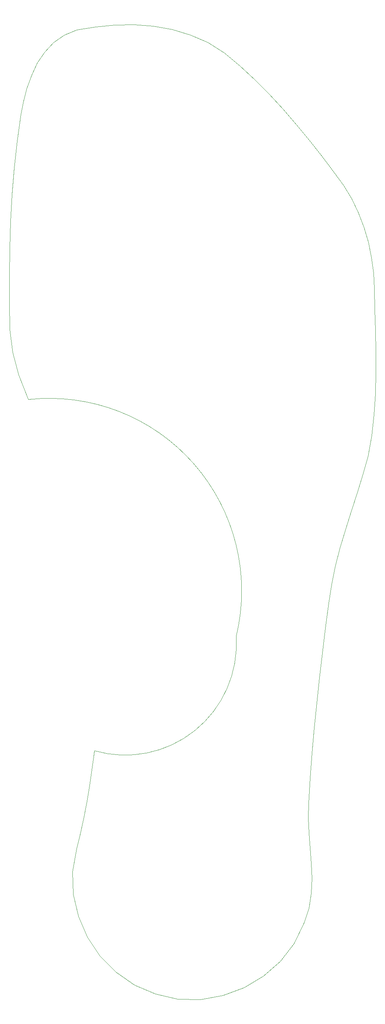
<source format=gbr>
G04 #@! TF.GenerationSoftware,KiCad,Pcbnew,(5.0.0)*
G04 #@! TF.CreationDate,2020-01-29T13:36:11+01:00*
G04 #@! TF.ProjectId,Insole_PCB,496E736F6C655F5043422E6B69636164,rev?*
G04 #@! TF.SameCoordinates,Original*
G04 #@! TF.FileFunction,Other,ECO2*
%FSLAX46Y46*%
G04 Gerber Fmt 4.6, Leading zero omitted, Abs format (unit mm)*
G04 Created by KiCad (PCBNEW (5.0.0)) date 01/29/20 13:36:11*
%MOMM*%
%LPD*%
G01*
G04 APERTURE LIST*
%ADD10C,0.100000*%
G04 APERTURE END LIST*
D10*
X168342801Y-133476212D02*
G75*
G02X215749453Y-187450707I4806652J-43584495D01*
G01*
X215752405Y-187446710D02*
G75*
G02X183399453Y-213450707I-25314434J-1632981D01*
G01*
X221951230Y-264748035D02*
X225829857Y-261349255D01*
X217510110Y-267386105D02*
X221951230Y-264748035D01*
X179741521Y-251133620D02*
X181805492Y-255872232D01*
X179292937Y-235809780D02*
X178399835Y-240945125D01*
X233005736Y-242515309D02*
X232866257Y-239090938D01*
X232872115Y-245912291D02*
X233005736Y-242515309D01*
X232332143Y-249270514D02*
X232872115Y-245912291D01*
X178577832Y-246105494D02*
X179741521Y-251133620D01*
X197356031Y-268786155D02*
X202429458Y-269963505D01*
X231252568Y-252578610D02*
X232332143Y-249270514D01*
X228984225Y-257267023D02*
X231252568Y-252578610D01*
X184684337Y-260164065D02*
X188292648Y-263851835D01*
X207587458Y-270071105D02*
X212668264Y-269186225D01*
X225829857Y-261349255D02*
X228984225Y-257267023D01*
X212668264Y-269186225D02*
X217510110Y-267386105D01*
X202429458Y-269963505D02*
X207587458Y-270071105D01*
X192545015Y-266778295D02*
X197356031Y-268786155D01*
X188292648Y-263851835D02*
X192545015Y-266778295D01*
X181805492Y-255872232D02*
X184684337Y-260164065D01*
X178399835Y-240945125D02*
X178577832Y-246105494D01*
X234703014Y-196844366D02*
X235381586Y-191160189D01*
X170369454Y-56848085D02*
X169054206Y-59636634D01*
X174044097Y-52142945D02*
X172017184Y-54315275D01*
X196841098Y-48397885D02*
X192461850Y-48067925D01*
X179422276Y-49298645D02*
X176496894Y-50435815D01*
X209280269Y-52195935D02*
X205307218Y-50419925D01*
X226398246Y-67337631D02*
X223263164Y-63913286D01*
X242027824Y-87701751D02*
X240203151Y-84646662D01*
X247443937Y-117744815D02*
X247315343Y-112955867D01*
X245772818Y-146347949D02*
X246624423Y-141632368D01*
X246624423Y-141632368D02*
X247171517Y-136886526D01*
X232301005Y-232205506D02*
X232141734Y-228767183D01*
X232866257Y-239090938D02*
X232586930Y-235650547D01*
X232242369Y-225346949D02*
X232560398Y-219634119D01*
X168024739Y-62576182D02*
X167234353Y-65561994D01*
X172017184Y-54315275D02*
X170369454Y-56848085D01*
X236087444Y-185480464D02*
X236805645Y-179804765D01*
X244613696Y-150520831D02*
X245772818Y-146347949D01*
X164588953Y-86787623D02*
X164274400Y-92922586D01*
X165068838Y-80666657D02*
X164588953Y-86787623D01*
X232374917Y-74459106D02*
X229428085Y-70862684D01*
X165741991Y-74565342D02*
X165068838Y-80666657D01*
X213004100Y-54537895D02*
X209280269Y-52195935D01*
X229428085Y-70862684D02*
X226398246Y-67337631D01*
X244861142Y-94201018D02*
X243580996Y-90893394D01*
X232980418Y-213927872D02*
X233487489Y-208227781D01*
X247220983Y-108179936D02*
X247048183Y-104614084D01*
X247550310Y-122539569D02*
X247443937Y-117744815D01*
X232141734Y-228767183D02*
X232242369Y-225346949D01*
X243580996Y-90893394D02*
X242027824Y-87701751D01*
X246596260Y-101081933D02*
X245866738Y-97604055D01*
X216588326Y-57484075D02*
X213004100Y-54537895D01*
X220000602Y-60618988D02*
X216588326Y-57484075D01*
X239469960Y-167084222D02*
X240708688Y-162931699D01*
X166636346Y-68489333D02*
X165741991Y-74565342D01*
X205307218Y-50419925D02*
X201141857Y-49167895D01*
X247315343Y-112955867D02*
X247220983Y-108179936D01*
X235381586Y-191160189D02*
X236087444Y-185480464D01*
X176496894Y-50435815D02*
X174044097Y-52142945D01*
X238108502Y-81748695D02*
X235260977Y-78097556D01*
X240203151Y-84646662D02*
X238108502Y-81748695D01*
X247048183Y-104614084D02*
X246596260Y-101081933D01*
X183695528Y-48560255D02*
X179422276Y-49298645D01*
X192461850Y-48067925D02*
X188061023Y-48136025D01*
X223263164Y-63913286D02*
X220000602Y-60618988D01*
X245866738Y-97604055D02*
X244861142Y-94201018D01*
X237456792Y-175505307D02*
X238365445Y-171270276D01*
X232560398Y-219634119D02*
X232980418Y-213927872D01*
X201141857Y-49167895D02*
X196841098Y-48397885D01*
X235260977Y-78097556D02*
X232374917Y-74459106D01*
X247171517Y-136886526D02*
X247470556Y-132117637D01*
X243342203Y-154665451D02*
X244613696Y-150520831D01*
X242019985Y-158797258D02*
X243342203Y-154665451D01*
X240708688Y-162931699D02*
X242019985Y-158797258D01*
X238365445Y-171270276D02*
X239469960Y-167084222D01*
X232586930Y-235650547D02*
X232301005Y-232205506D01*
X167234353Y-65561994D02*
X166636346Y-68489333D01*
X169054206Y-59636634D02*
X168024739Y-62576182D01*
X188061023Y-48136025D02*
X183695528Y-48560255D01*
X247578000Y-127332914D02*
X247550310Y-122539569D01*
X233487489Y-208227781D02*
X234066667Y-202533422D01*
X234066667Y-202533422D02*
X234703014Y-196844366D01*
X247470556Y-132117637D02*
X247578000Y-127332914D01*
X236805645Y-179804765D02*
X237456792Y-175505307D01*
X164097245Y-99065892D02*
X164029555Y-105211885D01*
X164753971Y-122776303D02*
X166079978Y-127837471D01*
X166079978Y-127837471D02*
X168299453Y-133470707D01*
X164110825Y-117489315D02*
X164753971Y-122776303D01*
X180905004Y-228876430D02*
X180143001Y-232352735D01*
X182731014Y-218357334D02*
X182192178Y-221876173D01*
X164029555Y-105211885D02*
X164043395Y-111354911D01*
X181585786Y-225383390D02*
X180905004Y-228876430D01*
X164274400Y-92922586D02*
X164097245Y-99065892D01*
X180143001Y-232352735D02*
X179292937Y-235809780D01*
X182192178Y-221876173D02*
X181585786Y-225383390D01*
X183209125Y-214829430D02*
X182731014Y-218357334D01*
X183399453Y-213450707D02*
X183209125Y-214829430D01*
X164043395Y-111354911D02*
X164110825Y-117489315D01*
M02*

</source>
